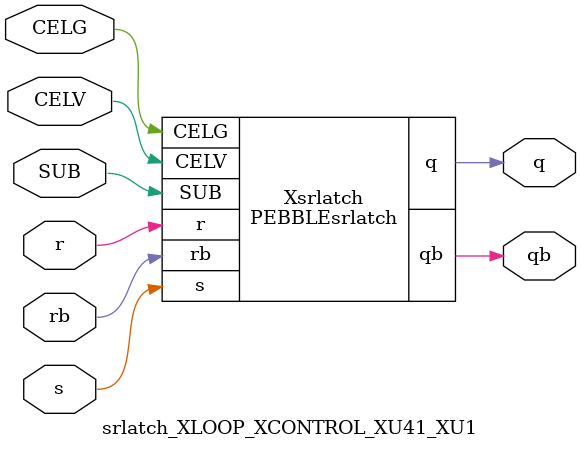
<source format=v>



module PEBBLEsrlatch ( q, qb, CELG, CELV, SUB, r, rb, s );

  input CELV;
  input s;
  output q;
  input rb;
  input r;
  input SUB;
  input CELG;
  output qb;
endmodule

//Celera Confidential Do Not Copy srlatch_XLOOP_XCONTROL_XU41_XU1
//Celera Confidential Symbol Generator
//SR Latch
module srlatch_XLOOP_XCONTROL_XU41_XU1 (CELV,CELG,s,r,rb,q,qb,SUB);
input CELV;
input CELG;
input s;
input r;
input rb;
input SUB;
output q;
output qb;

//Celera Confidential Do Not Copy srlatch
PEBBLEsrlatch Xsrlatch(
.CELV (CELV),
.r (r),
.s (s),
.q (q),
.qb (qb),
.rb (rb),
.SUB (SUB),
.CELG (CELG)
);
//,diesize,PEBBLEsrlatch

//Celera Confidential Do Not Copy Module End
//Celera Schematic Generator
endmodule

</source>
